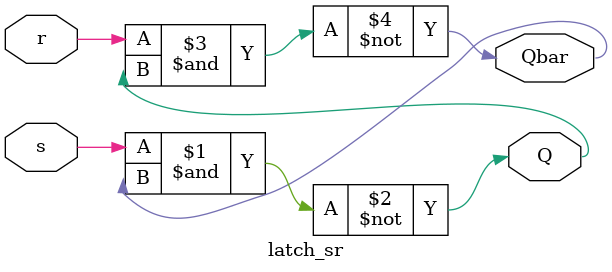
<source format=v>
module latch_sr(Q,Qbar,s,r);
    input s,r;
    output Q,Qbar;
nand n1(Q, s, Qbar);
nand n2(Qbar, r, Q);
endmodule

</source>
